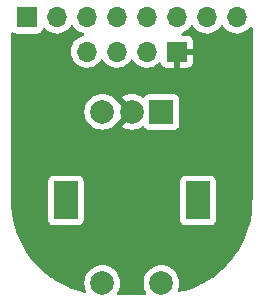
<source format=gbl>
G04 #@! TF.GenerationSoftware,KiCad,Pcbnew,(6.0.1-0)*
G04 #@! TF.CreationDate,2022-03-18T18:39:42-07:00*
G04 #@! TF.ProjectId,daughterboard,64617567-6874-4657-9262-6f6172642e6b,rev?*
G04 #@! TF.SameCoordinates,Original*
G04 #@! TF.FileFunction,Copper,L2,Bot*
G04 #@! TF.FilePolarity,Positive*
%FSLAX46Y46*%
G04 Gerber Fmt 4.6, Leading zero omitted, Abs format (unit mm)*
G04 Created by KiCad (PCBNEW (6.0.1-0)) date 2022-03-18 18:39:42*
%MOMM*%
%LPD*%
G01*
G04 APERTURE LIST*
G04 #@! TA.AperFunction,ComponentPad*
%ADD10R,1.700000X1.700000*%
G04 #@! TD*
G04 #@! TA.AperFunction,ComponentPad*
%ADD11O,1.700000X1.700000*%
G04 #@! TD*
G04 #@! TA.AperFunction,ComponentPad*
%ADD12R,2.000000X2.000000*%
G04 #@! TD*
G04 #@! TA.AperFunction,ComponentPad*
%ADD13C,2.000000*%
G04 #@! TD*
G04 #@! TA.AperFunction,ComponentPad*
%ADD14R,2.000000X3.200000*%
G04 #@! TD*
G04 #@! TA.AperFunction,ViaPad*
%ADD15C,0.800000*%
G04 #@! TD*
G04 APERTURE END LIST*
D10*
X46810000Y-81754500D03*
D11*
X44270000Y-81754500D03*
X41730000Y-81754500D03*
X39190000Y-81754500D03*
D12*
X45500000Y-86857000D03*
D13*
X40500000Y-86857000D03*
X43000000Y-86857000D03*
D14*
X37400000Y-94357000D03*
X48600000Y-94357000D03*
D13*
X40500000Y-101357000D03*
X45500000Y-101357000D03*
D10*
X34125000Y-78867000D03*
D11*
X36665000Y-78867000D03*
X39205000Y-78867000D03*
X41745000Y-78867000D03*
X44285000Y-78867000D03*
X46825000Y-78867000D03*
X49365000Y-78867000D03*
X51905000Y-78867000D03*
D15*
X48768000Y-100330000D03*
X37211000Y-100330000D03*
G04 #@! TA.AperFunction,Conductor*
G36*
X48176751Y-79541678D02*
G01*
X48204579Y-79573511D01*
X48264987Y-79672088D01*
X48411250Y-79840938D01*
X48583126Y-79983632D01*
X48776000Y-80096338D01*
X48780825Y-80098180D01*
X48780826Y-80098181D01*
X48843464Y-80122100D01*
X48984692Y-80176030D01*
X48989760Y-80177061D01*
X48989763Y-80177062D01*
X49058399Y-80191026D01*
X49203597Y-80220567D01*
X49208772Y-80220757D01*
X49208774Y-80220757D01*
X49421673Y-80228564D01*
X49421677Y-80228564D01*
X49426837Y-80228753D01*
X49431957Y-80228097D01*
X49431959Y-80228097D01*
X49643288Y-80201025D01*
X49643289Y-80201025D01*
X49648416Y-80200368D01*
X49663712Y-80195779D01*
X49857429Y-80137661D01*
X49857434Y-80137659D01*
X49862384Y-80136174D01*
X50062994Y-80037896D01*
X50244860Y-79908173D01*
X50403096Y-79750489D01*
X50457102Y-79675332D01*
X50533453Y-79569077D01*
X50534776Y-79570028D01*
X50581645Y-79526857D01*
X50651580Y-79514625D01*
X50717026Y-79542144D01*
X50744875Y-79573994D01*
X50804987Y-79672088D01*
X50951250Y-79840938D01*
X51123126Y-79983632D01*
X51316000Y-80096338D01*
X51320825Y-80098180D01*
X51320826Y-80098181D01*
X51383464Y-80122100D01*
X51524692Y-80176030D01*
X51529760Y-80177061D01*
X51529763Y-80177062D01*
X51598399Y-80191026D01*
X51743597Y-80220567D01*
X51748772Y-80220757D01*
X51748774Y-80220757D01*
X51961673Y-80228564D01*
X51961677Y-80228564D01*
X51966837Y-80228753D01*
X51971957Y-80228097D01*
X51971959Y-80228097D01*
X52183288Y-80201025D01*
X52183289Y-80201025D01*
X52188416Y-80200368D01*
X52203712Y-80195779D01*
X52397429Y-80137661D01*
X52397434Y-80137659D01*
X52402384Y-80136174D01*
X52602994Y-80037896D01*
X52784860Y-79908173D01*
X52943096Y-79750489D01*
X52946112Y-79746292D01*
X52946119Y-79746284D01*
X52984678Y-79692623D01*
X53040672Y-79648975D01*
X53111376Y-79642529D01*
X53174340Y-79675332D01*
X53209574Y-79736968D01*
X53213000Y-79766149D01*
X53213000Y-94311672D01*
X53211500Y-94331056D01*
X53207814Y-94354730D01*
X53208978Y-94363631D01*
X53208978Y-94363637D01*
X53210751Y-94377192D01*
X53211742Y-94397831D01*
X53194494Y-94902720D01*
X53193906Y-94911303D01*
X53138919Y-95446178D01*
X53137748Y-95454701D01*
X53046382Y-95984619D01*
X53044634Y-95993028D01*
X52966639Y-96313081D01*
X52917321Y-96515458D01*
X52915000Y-96523742D01*
X52752333Y-97036266D01*
X52749452Y-97044373D01*
X52552185Y-97544609D01*
X52548757Y-97552500D01*
X52317820Y-98038091D01*
X52313862Y-98045730D01*
X52050321Y-98514437D01*
X52045851Y-98521788D01*
X51750934Y-98971425D01*
X51745973Y-98978452D01*
X51581809Y-99194936D01*
X51421072Y-99406899D01*
X51415643Y-99413573D01*
X51062238Y-99818875D01*
X51056365Y-99825162D01*
X50676162Y-100205365D01*
X50669875Y-100211238D01*
X50296724Y-100536609D01*
X50264573Y-100564643D01*
X50257906Y-100570066D01*
X49842824Y-100884833D01*
X49829454Y-100894972D01*
X49822426Y-100899933D01*
X49765371Y-100937356D01*
X49372788Y-101194851D01*
X49365442Y-101199318D01*
X49093773Y-101352070D01*
X48896730Y-101462862D01*
X48889091Y-101466820D01*
X48403490Y-101697762D01*
X48395619Y-101701181D01*
X48094867Y-101819782D01*
X47895373Y-101898452D01*
X47887266Y-101901333D01*
X47374742Y-102064000D01*
X47366458Y-102066321D01*
X47021030Y-102150500D01*
X46950112Y-102147196D01*
X46892237Y-102106074D01*
X46865782Y-102040190D01*
X46874790Y-101979865D01*
X46937211Y-101829167D01*
X46937212Y-101829165D01*
X46939105Y-101824594D01*
X46968733Y-101701185D01*
X46993380Y-101598524D01*
X46993381Y-101598518D01*
X46994535Y-101593711D01*
X47013165Y-101357000D01*
X46994535Y-101120289D01*
X46939105Y-100889406D01*
X46848240Y-100670037D01*
X46766475Y-100536609D01*
X46726759Y-100471798D01*
X46726755Y-100471792D01*
X46724176Y-100467584D01*
X46569969Y-100287031D01*
X46389416Y-100132824D01*
X46385208Y-100130245D01*
X46385202Y-100130241D01*
X46191183Y-100011346D01*
X46186963Y-100008760D01*
X46182393Y-100006867D01*
X46182389Y-100006865D01*
X45972167Y-99919789D01*
X45972165Y-99919788D01*
X45967594Y-99917895D01*
X45887391Y-99898640D01*
X45741524Y-99863620D01*
X45741518Y-99863619D01*
X45736711Y-99862465D01*
X45500000Y-99843835D01*
X45263289Y-99862465D01*
X45258482Y-99863619D01*
X45258476Y-99863620D01*
X45112609Y-99898640D01*
X45032406Y-99917895D01*
X45027835Y-99919788D01*
X45027833Y-99919789D01*
X44817611Y-100006865D01*
X44817607Y-100006867D01*
X44813037Y-100008760D01*
X44808817Y-100011346D01*
X44614798Y-100130241D01*
X44614792Y-100130245D01*
X44610584Y-100132824D01*
X44430031Y-100287031D01*
X44275824Y-100467584D01*
X44273245Y-100471792D01*
X44273241Y-100471798D01*
X44233525Y-100536609D01*
X44151760Y-100670037D01*
X44060895Y-100889406D01*
X44005465Y-101120289D01*
X43986835Y-101357000D01*
X44005465Y-101593711D01*
X44006619Y-101598518D01*
X44006620Y-101598524D01*
X44031267Y-101701185D01*
X44060895Y-101824594D01*
X44062788Y-101829165D01*
X44062789Y-101829167D01*
X44127568Y-101985557D01*
X44151760Y-102043963D01*
X44154346Y-102048183D01*
X44229097Y-102170165D01*
X44247635Y-102238698D01*
X44226179Y-102306375D01*
X44171540Y-102351708D01*
X44121664Y-102362000D01*
X41878336Y-102362000D01*
X41810215Y-102341998D01*
X41763722Y-102288342D01*
X41753618Y-102218068D01*
X41770903Y-102170165D01*
X41845654Y-102048183D01*
X41848240Y-102043963D01*
X41872433Y-101985557D01*
X41937211Y-101829167D01*
X41937212Y-101829165D01*
X41939105Y-101824594D01*
X41968733Y-101701185D01*
X41993380Y-101598524D01*
X41993381Y-101598518D01*
X41994535Y-101593711D01*
X42013165Y-101357000D01*
X41994535Y-101120289D01*
X41939105Y-100889406D01*
X41848240Y-100670037D01*
X41766475Y-100536609D01*
X41726759Y-100471798D01*
X41726755Y-100471792D01*
X41724176Y-100467584D01*
X41569969Y-100287031D01*
X41389416Y-100132824D01*
X41385208Y-100130245D01*
X41385202Y-100130241D01*
X41191183Y-100011346D01*
X41186963Y-100008760D01*
X41182393Y-100006867D01*
X41182389Y-100006865D01*
X40972167Y-99919789D01*
X40972165Y-99919788D01*
X40967594Y-99917895D01*
X40887391Y-99898640D01*
X40741524Y-99863620D01*
X40741518Y-99863619D01*
X40736711Y-99862465D01*
X40500000Y-99843835D01*
X40263289Y-99862465D01*
X40258482Y-99863619D01*
X40258476Y-99863620D01*
X40112609Y-99898640D01*
X40032406Y-99917895D01*
X40027835Y-99919788D01*
X40027833Y-99919789D01*
X39817611Y-100006865D01*
X39817607Y-100006867D01*
X39813037Y-100008760D01*
X39808817Y-100011346D01*
X39614798Y-100130241D01*
X39614792Y-100130245D01*
X39610584Y-100132824D01*
X39430031Y-100287031D01*
X39275824Y-100467584D01*
X39273245Y-100471792D01*
X39273241Y-100471798D01*
X39233525Y-100536609D01*
X39151760Y-100670037D01*
X39060895Y-100889406D01*
X39005465Y-101120289D01*
X38986835Y-101357000D01*
X39005465Y-101593711D01*
X39006619Y-101598518D01*
X39006620Y-101598524D01*
X39031267Y-101701185D01*
X39060895Y-101824594D01*
X39062788Y-101829165D01*
X39062789Y-101829167D01*
X39127568Y-101985557D01*
X39135157Y-102056147D01*
X39103378Y-102119634D01*
X39042320Y-102155861D01*
X38981327Y-102156192D01*
X38612542Y-102066321D01*
X38604258Y-102064000D01*
X38091734Y-101901333D01*
X38083627Y-101898452D01*
X37884133Y-101819782D01*
X37583381Y-101701181D01*
X37575510Y-101697762D01*
X37089909Y-101466820D01*
X37082270Y-101462862D01*
X36885227Y-101352070D01*
X36613558Y-101199318D01*
X36606212Y-101194851D01*
X36213630Y-100937356D01*
X36156574Y-100899933D01*
X36149546Y-100894972D01*
X36136176Y-100884833D01*
X35721094Y-100570066D01*
X35714427Y-100564643D01*
X35682277Y-100536609D01*
X35309125Y-100211238D01*
X35302838Y-100205365D01*
X34922635Y-99825162D01*
X34916762Y-99818875D01*
X34563357Y-99413573D01*
X34557928Y-99406899D01*
X34397192Y-99194936D01*
X34233027Y-98978452D01*
X34228066Y-98971425D01*
X33933149Y-98521788D01*
X33928679Y-98514437D01*
X33665138Y-98045730D01*
X33661180Y-98038091D01*
X33430243Y-97552500D01*
X33426815Y-97544609D01*
X33229548Y-97044373D01*
X33226667Y-97036266D01*
X33064000Y-96523742D01*
X33061679Y-96515458D01*
X33012361Y-96313081D01*
X32937316Y-96005134D01*
X35891500Y-96005134D01*
X35898255Y-96067316D01*
X35949385Y-96203705D01*
X36036739Y-96320261D01*
X36153295Y-96407615D01*
X36289684Y-96458745D01*
X36351866Y-96465500D01*
X38448134Y-96465500D01*
X38510316Y-96458745D01*
X38646705Y-96407615D01*
X38763261Y-96320261D01*
X38850615Y-96203705D01*
X38901745Y-96067316D01*
X38908500Y-96005134D01*
X47091500Y-96005134D01*
X47098255Y-96067316D01*
X47149385Y-96203705D01*
X47236739Y-96320261D01*
X47353295Y-96407615D01*
X47489684Y-96458745D01*
X47551866Y-96465500D01*
X49648134Y-96465500D01*
X49710316Y-96458745D01*
X49846705Y-96407615D01*
X49963261Y-96320261D01*
X50050615Y-96203705D01*
X50101745Y-96067316D01*
X50108500Y-96005134D01*
X50108500Y-92708866D01*
X50101745Y-92646684D01*
X50050615Y-92510295D01*
X49963261Y-92393739D01*
X49846705Y-92306385D01*
X49710316Y-92255255D01*
X49648134Y-92248500D01*
X47551866Y-92248500D01*
X47489684Y-92255255D01*
X47353295Y-92306385D01*
X47236739Y-92393739D01*
X47149385Y-92510295D01*
X47098255Y-92646684D01*
X47091500Y-92708866D01*
X47091500Y-96005134D01*
X38908500Y-96005134D01*
X38908500Y-92708866D01*
X38901745Y-92646684D01*
X38850615Y-92510295D01*
X38763261Y-92393739D01*
X38646705Y-92306385D01*
X38510316Y-92255255D01*
X38448134Y-92248500D01*
X36351866Y-92248500D01*
X36289684Y-92255255D01*
X36153295Y-92306385D01*
X36036739Y-92393739D01*
X35949385Y-92510295D01*
X35898255Y-92646684D01*
X35891500Y-92708866D01*
X35891500Y-96005134D01*
X32937316Y-96005134D01*
X32934366Y-95993028D01*
X32932618Y-95984619D01*
X32841252Y-95454701D01*
X32840081Y-95446178D01*
X32785094Y-94911303D01*
X32784506Y-94902720D01*
X32767516Y-94405364D01*
X32768942Y-94381681D01*
X32769805Y-94376140D01*
X32771186Y-94367270D01*
X32769547Y-94354730D01*
X32767064Y-94335749D01*
X32766000Y-94319411D01*
X32766000Y-86857000D01*
X38986835Y-86857000D01*
X39005465Y-87093711D01*
X39060895Y-87324594D01*
X39151760Y-87543963D01*
X39154346Y-87548183D01*
X39273241Y-87742202D01*
X39273245Y-87742208D01*
X39275824Y-87746416D01*
X39430031Y-87926969D01*
X39610584Y-88081176D01*
X39614792Y-88083755D01*
X39614798Y-88083759D01*
X39808084Y-88202205D01*
X39813037Y-88205240D01*
X39817607Y-88207133D01*
X39817611Y-88207135D01*
X40027833Y-88294211D01*
X40032406Y-88296105D01*
X40080349Y-88307615D01*
X40258476Y-88350380D01*
X40258482Y-88350381D01*
X40263289Y-88351535D01*
X40500000Y-88370165D01*
X40736711Y-88351535D01*
X40741518Y-88350381D01*
X40741524Y-88350380D01*
X40919651Y-88307615D01*
X40967594Y-88296105D01*
X40972167Y-88294211D01*
X41182389Y-88207135D01*
X41182393Y-88207133D01*
X41186963Y-88205240D01*
X41191916Y-88202205D01*
X41385202Y-88083759D01*
X41385208Y-88083755D01*
X41389416Y-88081176D01*
X41569969Y-87926969D01*
X41708753Y-87764474D01*
X41754686Y-87730598D01*
X41776668Y-87721122D01*
X42627978Y-86869812D01*
X42635592Y-86855868D01*
X42635461Y-86854035D01*
X42631210Y-86847420D01*
X41779710Y-85995920D01*
X41741352Y-85974974D01*
X41705928Y-85946218D01*
X41573177Y-85790787D01*
X41569969Y-85787031D01*
X41389416Y-85632824D01*
X41385208Y-85630245D01*
X41385202Y-85630241D01*
X41376470Y-85624890D01*
X42132093Y-85624890D01*
X42135876Y-85633666D01*
X43270115Y-86767905D01*
X43304141Y-86830217D01*
X43299076Y-86901032D01*
X43270115Y-86946095D01*
X42138920Y-88077290D01*
X42132160Y-88089670D01*
X42137887Y-88097320D01*
X42309042Y-88202205D01*
X42317837Y-88206687D01*
X42527988Y-88293734D01*
X42537373Y-88296783D01*
X42758554Y-88349885D01*
X42768301Y-88351428D01*
X42995070Y-88369275D01*
X43004930Y-88369275D01*
X43231699Y-88351428D01*
X43241446Y-88349885D01*
X43462627Y-88296783D01*
X43472012Y-88293734D01*
X43682163Y-88206687D01*
X43690958Y-88202205D01*
X43889121Y-88080770D01*
X43890396Y-88082851D01*
X43947739Y-88062280D01*
X44016918Y-88078242D01*
X44055974Y-88112497D01*
X44131357Y-88213080D01*
X44136739Y-88220261D01*
X44253295Y-88307615D01*
X44389684Y-88358745D01*
X44451866Y-88365500D01*
X46548134Y-88365500D01*
X46610316Y-88358745D01*
X46746705Y-88307615D01*
X46863261Y-88220261D01*
X46950615Y-88103705D01*
X47001745Y-87967316D01*
X47008500Y-87905134D01*
X47008500Y-85808866D01*
X47001745Y-85746684D01*
X46950615Y-85610295D01*
X46863261Y-85493739D01*
X46746705Y-85406385D01*
X46610316Y-85355255D01*
X46548134Y-85348500D01*
X44451866Y-85348500D01*
X44389684Y-85355255D01*
X44253295Y-85406385D01*
X44136739Y-85493739D01*
X44131358Y-85500919D01*
X44131357Y-85500920D01*
X44055974Y-85601503D01*
X43999115Y-85644018D01*
X43928296Y-85649044D01*
X43889983Y-85631824D01*
X43889121Y-85633230D01*
X43690958Y-85511795D01*
X43682163Y-85507313D01*
X43472012Y-85420266D01*
X43462627Y-85417217D01*
X43241446Y-85364115D01*
X43231699Y-85362572D01*
X43004930Y-85344725D01*
X42995070Y-85344725D01*
X42768301Y-85362572D01*
X42758554Y-85364115D01*
X42537373Y-85417217D01*
X42527988Y-85420266D01*
X42317837Y-85507313D01*
X42309042Y-85511795D01*
X42141555Y-85614432D01*
X42132093Y-85624890D01*
X41376470Y-85624890D01*
X41191183Y-85511346D01*
X41186963Y-85508760D01*
X41182393Y-85506867D01*
X41182389Y-85506865D01*
X40972167Y-85419789D01*
X40972165Y-85419788D01*
X40967594Y-85417895D01*
X40887391Y-85398640D01*
X40741524Y-85363620D01*
X40741518Y-85363619D01*
X40736711Y-85362465D01*
X40500000Y-85343835D01*
X40263289Y-85362465D01*
X40258482Y-85363619D01*
X40258476Y-85363620D01*
X40112609Y-85398640D01*
X40032406Y-85417895D01*
X40027835Y-85419788D01*
X40027833Y-85419789D01*
X39817611Y-85506865D01*
X39817607Y-85506867D01*
X39813037Y-85508760D01*
X39808817Y-85511346D01*
X39614798Y-85630241D01*
X39614792Y-85630245D01*
X39610584Y-85632824D01*
X39430031Y-85787031D01*
X39275824Y-85967584D01*
X39273245Y-85971792D01*
X39273241Y-85971798D01*
X39154346Y-86165817D01*
X39151760Y-86170037D01*
X39060895Y-86389406D01*
X39005465Y-86620289D01*
X38986835Y-86857000D01*
X32766000Y-86857000D01*
X32766000Y-80222926D01*
X32786002Y-80154805D01*
X32839658Y-80108312D01*
X32909932Y-80098208D01*
X32967564Y-80122100D01*
X33028295Y-80167615D01*
X33164684Y-80218745D01*
X33226866Y-80225500D01*
X35023134Y-80225500D01*
X35085316Y-80218745D01*
X35221705Y-80167615D01*
X35338261Y-80080261D01*
X35425615Y-79963705D01*
X35447799Y-79904529D01*
X35469598Y-79846382D01*
X35512240Y-79789618D01*
X35578802Y-79764918D01*
X35648150Y-79780126D01*
X35682817Y-79808114D01*
X35711250Y-79840938D01*
X35883126Y-79983632D01*
X36076000Y-80096338D01*
X36080825Y-80098180D01*
X36080826Y-80098181D01*
X36143464Y-80122100D01*
X36284692Y-80176030D01*
X36289760Y-80177061D01*
X36289763Y-80177062D01*
X36358399Y-80191026D01*
X36503597Y-80220567D01*
X36508772Y-80220757D01*
X36508774Y-80220757D01*
X36721673Y-80228564D01*
X36721677Y-80228564D01*
X36726837Y-80228753D01*
X36731957Y-80228097D01*
X36731959Y-80228097D01*
X36943288Y-80201025D01*
X36943289Y-80201025D01*
X36948416Y-80200368D01*
X36963712Y-80195779D01*
X37157429Y-80137661D01*
X37157434Y-80137659D01*
X37162384Y-80136174D01*
X37362994Y-80037896D01*
X37544860Y-79908173D01*
X37703096Y-79750489D01*
X37757102Y-79675332D01*
X37833453Y-79569077D01*
X37834776Y-79570028D01*
X37881645Y-79526857D01*
X37951580Y-79514625D01*
X38017026Y-79542144D01*
X38044875Y-79573994D01*
X38104987Y-79672088D01*
X38251250Y-79840938D01*
X38423126Y-79983632D01*
X38616000Y-80096338D01*
X38620825Y-80098180D01*
X38620826Y-80098181D01*
X38683464Y-80122100D01*
X38824692Y-80176030D01*
X38864581Y-80184146D01*
X38927344Y-80217326D01*
X38962206Y-80279173D01*
X38958097Y-80350051D01*
X38916321Y-80407456D01*
X38873848Y-80427711D01*
X38874091Y-80428455D01*
X38661756Y-80497857D01*
X38463607Y-80601007D01*
X38459474Y-80604110D01*
X38459471Y-80604112D01*
X38376450Y-80666446D01*
X38284965Y-80735135D01*
X38130629Y-80896638D01*
X38004743Y-81081180D01*
X37910688Y-81283805D01*
X37850989Y-81499070D01*
X37827251Y-81721195D01*
X37840110Y-81944215D01*
X37841247Y-81949261D01*
X37841248Y-81949267D01*
X37855606Y-82012975D01*
X37889222Y-82162139D01*
X37973266Y-82369116D01*
X38024942Y-82453444D01*
X38087291Y-82555188D01*
X38089987Y-82559588D01*
X38236250Y-82728438D01*
X38408126Y-82871132D01*
X38601000Y-82983838D01*
X38809692Y-83063530D01*
X38814760Y-83064561D01*
X38814763Y-83064562D01*
X38922017Y-83086383D01*
X39028597Y-83108067D01*
X39033772Y-83108257D01*
X39033774Y-83108257D01*
X39246673Y-83116064D01*
X39246677Y-83116064D01*
X39251837Y-83116253D01*
X39256957Y-83115597D01*
X39256959Y-83115597D01*
X39468288Y-83088525D01*
X39468289Y-83088525D01*
X39473416Y-83087868D01*
X39478366Y-83086383D01*
X39682429Y-83025161D01*
X39682434Y-83025159D01*
X39687384Y-83023674D01*
X39887994Y-82925396D01*
X40069860Y-82795673D01*
X40228096Y-82637989D01*
X40287594Y-82555189D01*
X40358453Y-82456577D01*
X40359776Y-82457528D01*
X40406645Y-82414357D01*
X40476580Y-82402125D01*
X40542026Y-82429644D01*
X40569875Y-82461494D01*
X40629987Y-82559588D01*
X40776250Y-82728438D01*
X40948126Y-82871132D01*
X41141000Y-82983838D01*
X41349692Y-83063530D01*
X41354760Y-83064561D01*
X41354763Y-83064562D01*
X41462017Y-83086383D01*
X41568597Y-83108067D01*
X41573772Y-83108257D01*
X41573774Y-83108257D01*
X41786673Y-83116064D01*
X41786677Y-83116064D01*
X41791837Y-83116253D01*
X41796957Y-83115597D01*
X41796959Y-83115597D01*
X42008288Y-83088525D01*
X42008289Y-83088525D01*
X42013416Y-83087868D01*
X42018366Y-83086383D01*
X42222429Y-83025161D01*
X42222434Y-83025159D01*
X42227384Y-83023674D01*
X42427994Y-82925396D01*
X42609860Y-82795673D01*
X42768096Y-82637989D01*
X42827594Y-82555189D01*
X42898453Y-82456577D01*
X42899776Y-82457528D01*
X42946645Y-82414357D01*
X43016580Y-82402125D01*
X43082026Y-82429644D01*
X43109875Y-82461494D01*
X43169987Y-82559588D01*
X43316250Y-82728438D01*
X43488126Y-82871132D01*
X43681000Y-82983838D01*
X43889692Y-83063530D01*
X43894760Y-83064561D01*
X43894763Y-83064562D01*
X44002017Y-83086383D01*
X44108597Y-83108067D01*
X44113772Y-83108257D01*
X44113774Y-83108257D01*
X44326673Y-83116064D01*
X44326677Y-83116064D01*
X44331837Y-83116253D01*
X44336957Y-83115597D01*
X44336959Y-83115597D01*
X44548288Y-83088525D01*
X44548289Y-83088525D01*
X44553416Y-83087868D01*
X44558366Y-83086383D01*
X44762429Y-83025161D01*
X44762434Y-83025159D01*
X44767384Y-83023674D01*
X44967994Y-82925396D01*
X45149860Y-82795673D01*
X45217331Y-82728438D01*
X45258479Y-82687433D01*
X45320851Y-82653517D01*
X45391658Y-82658705D01*
X45448419Y-82701351D01*
X45465401Y-82732454D01*
X45506676Y-82842554D01*
X45515214Y-82858149D01*
X45591715Y-82960224D01*
X45604276Y-82972785D01*
X45706351Y-83049286D01*
X45721946Y-83057824D01*
X45842394Y-83102978D01*
X45857649Y-83106605D01*
X45908514Y-83112131D01*
X45915328Y-83112500D01*
X46537885Y-83112500D01*
X46553124Y-83108025D01*
X46554329Y-83106635D01*
X46556000Y-83098952D01*
X46556000Y-83094384D01*
X47064000Y-83094384D01*
X47068475Y-83109623D01*
X47069865Y-83110828D01*
X47077548Y-83112499D01*
X47704669Y-83112499D01*
X47711490Y-83112129D01*
X47762352Y-83106605D01*
X47777604Y-83102979D01*
X47898054Y-83057824D01*
X47913649Y-83049286D01*
X48015724Y-82972785D01*
X48028285Y-82960224D01*
X48104786Y-82858149D01*
X48113324Y-82842554D01*
X48158478Y-82722106D01*
X48162105Y-82706851D01*
X48167631Y-82655986D01*
X48168000Y-82649172D01*
X48168000Y-82026615D01*
X48163525Y-82011376D01*
X48162135Y-82010171D01*
X48154452Y-82008500D01*
X47082115Y-82008500D01*
X47066876Y-82012975D01*
X47065671Y-82014365D01*
X47064000Y-82022048D01*
X47064000Y-83094384D01*
X46556000Y-83094384D01*
X46556000Y-81626500D01*
X46576002Y-81558379D01*
X46629658Y-81511886D01*
X46682000Y-81500500D01*
X48149884Y-81500500D01*
X48165123Y-81496025D01*
X48166328Y-81494635D01*
X48167999Y-81486952D01*
X48167999Y-80859831D01*
X48167629Y-80853010D01*
X48162105Y-80802148D01*
X48158479Y-80786896D01*
X48113324Y-80666446D01*
X48104786Y-80650851D01*
X48028285Y-80548776D01*
X48015724Y-80536215D01*
X47913649Y-80459714D01*
X47898054Y-80451176D01*
X47777606Y-80406022D01*
X47762351Y-80402395D01*
X47711486Y-80396869D01*
X47704672Y-80396500D01*
X47311387Y-80396500D01*
X47243266Y-80376498D01*
X47196773Y-80322842D01*
X47186669Y-80252568D01*
X47216163Y-80187988D01*
X47275180Y-80149814D01*
X47317252Y-80137192D01*
X47326842Y-80133433D01*
X47518095Y-80039739D01*
X47526945Y-80034464D01*
X47700328Y-79910792D01*
X47708200Y-79904139D01*
X47859052Y-79753812D01*
X47865730Y-79745965D01*
X47993022Y-79568819D01*
X47994279Y-79569722D01*
X48041373Y-79526362D01*
X48111311Y-79514145D01*
X48176751Y-79541678D01*
G37*
G04 #@! TD.AperFunction*
M02*

</source>
